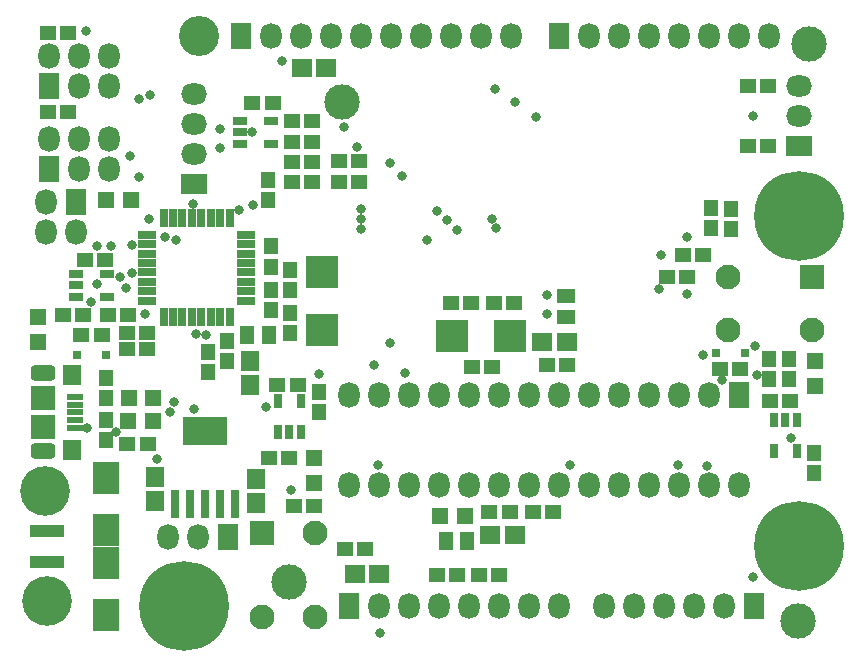
<source format=gts>
G04*
G04 #@! TF.GenerationSoftware,Altium Limited,Altium Designer,20.2.6 (244)*
G04*
G04 Layer_Color=8388736*
%FSLAX44Y44*%
%MOMM*%
G71*
G04*
G04 #@! TF.SameCoordinates,CE6D2A43-BF16-4D6C-96BE-271B1CC6D4BA*
G04*
G04*
G04 #@! TF.FilePolarity,Negative*
G04*
G01*
G75*
%ADD36R,2.0000X2.0000*%
%ADD37R,1.5000X1.7000*%
%ADD38R,1.4500X0.5000*%
%ADD39C,3.0000*%
%ADD40R,1.3000X1.4000*%
%ADD41R,1.4000X1.3000*%
%ADD42R,2.7000X2.8000*%
%ADD43R,2.8000X2.7000*%
%ADD44R,1.3000X0.8000*%
%ADD45R,0.8000X1.3000*%
%ADD46R,3.7000X2.4000*%
%ADD47R,0.8000X2.4000*%
%ADD48R,0.6700X1.6200*%
%ADD49R,1.6200X0.6700*%
%ADD50R,1.4000X1.4000*%
%ADD51R,1.4000X1.4000*%
%ADD52R,2.9000X1.1000*%
%ADD53R,1.2000X1.6000*%
%ADD54R,1.6000X1.2000*%
%ADD55R,0.8000X0.8000*%
%ADD56R,1.6000X1.7000*%
%ADD57R,1.7000X1.6000*%
%ADD58R,2.2000X2.8000*%
%ADD59O,2.2000X1.8000*%
%ADD60R,2.2000X1.8000*%
%ADD61O,1.8000X2.2000*%
%ADD62R,1.8000X2.2000*%
G04:AMPARAMS|DCode=63|XSize=2.1mm|YSize=1.3mm|CornerRadius=0.35mm|HoleSize=0mm|Usage=FLASHONLY|Rotation=0.000|XOffset=0mm|YOffset=0mm|HoleType=Round|Shape=RoundedRectangle|*
%AMROUNDEDRECTD63*
21,1,2.1000,0.6000,0,0,0.0*
21,1,1.4000,1.3000,0,0,0.0*
1,1,0.7000,0.7000,-0.3000*
1,1,0.7000,-0.7000,-0.3000*
1,1,0.7000,-0.7000,0.3000*
1,1,0.7000,0.7000,0.3000*
%
%ADD63ROUNDEDRECTD63*%
%ADD64C,4.2000*%
%ADD65C,2.1000*%
%ADD66R,2.1000X2.1000*%
%ADD67R,2.1000X2.1000*%
%ADD68C,3.4000*%
%ADD69C,7.6000*%
%ADD70C,0.8000*%
D36*
X20960Y190860D02*
D03*
Y214860D02*
D03*
D37*
X45460Y170860D02*
D03*
Y234860D02*
D03*
D38*
X47710Y189860D02*
D03*
Y196360D02*
D03*
Y202860D02*
D03*
Y209360D02*
D03*
Y215860D02*
D03*
D39*
X229000Y59000D02*
D03*
X273558Y465836D02*
D03*
X660000Y26000D02*
D03*
X669000Y515000D02*
D03*
D40*
X73710Y196360D02*
D03*
Y179360D02*
D03*
X585978Y376292D02*
D03*
Y359292D02*
D03*
X73710Y215360D02*
D03*
Y232360D02*
D03*
X254254Y220336D02*
D03*
Y203336D02*
D03*
X635710Y230860D02*
D03*
Y247860D02*
D03*
X652710Y230860D02*
D03*
Y247860D02*
D03*
X213710Y289360D02*
D03*
Y306360D02*
D03*
X211074Y399524D02*
D03*
Y382524D02*
D03*
X603325Y375161D02*
D03*
Y358161D02*
D03*
X673710Y151360D02*
D03*
Y168360D02*
D03*
X229710Y306860D02*
D03*
Y323860D02*
D03*
Y286860D02*
D03*
Y269860D02*
D03*
X160710Y254360D02*
D03*
Y237360D02*
D03*
X176710Y263360D02*
D03*
Y246360D02*
D03*
X213710Y343360D02*
D03*
Y326360D02*
D03*
D41*
X56500Y332000D02*
D03*
X73500D02*
D03*
X231210Y449360D02*
D03*
X248210D02*
D03*
X70210Y268360D02*
D03*
X53210D02*
D03*
X233210Y123360D02*
D03*
X250210D02*
D03*
X384210Y241360D02*
D03*
X401210D02*
D03*
X594210Y239360D02*
D03*
X611210D02*
D03*
X271154Y415544D02*
D03*
X288154D02*
D03*
X271210Y398360D02*
D03*
X288210D02*
D03*
X634210Y479360D02*
D03*
X617210D02*
D03*
X566030Y317754D02*
D03*
X549030D02*
D03*
X579610Y336296D02*
D03*
X562610D02*
D03*
X109210Y176360D02*
D03*
X92210D02*
D03*
X91710Y270360D02*
D03*
X108710D02*
D03*
X92710Y285360D02*
D03*
X75710D02*
D03*
X248095Y431539D02*
D03*
X231095D02*
D03*
X248095Y414539D02*
D03*
X231095D02*
D03*
X248095Y397539D02*
D03*
X231095D02*
D03*
X37210Y285360D02*
D03*
X54210D02*
D03*
X653210Y212360D02*
D03*
X636210D02*
D03*
X228710Y164360D02*
D03*
X211710D02*
D03*
X215002Y464566D02*
D03*
X198002D02*
D03*
X236210Y226360D02*
D03*
X219210D02*
D03*
X402844Y295148D02*
D03*
X419844D02*
D03*
X366150D02*
D03*
X383150D02*
D03*
X435710Y118360D02*
D03*
X452710D02*
D03*
X398710D02*
D03*
X415710D02*
D03*
X464210Y243360D02*
D03*
X447210D02*
D03*
X24892Y524510D02*
D03*
X41892D02*
D03*
X634210Y428360D02*
D03*
X617210D02*
D03*
X108710Y256360D02*
D03*
X91710D02*
D03*
X25000Y457000D02*
D03*
X42000D02*
D03*
X371500Y65000D02*
D03*
X354500D02*
D03*
X276500Y87000D02*
D03*
X293500D02*
D03*
X406500Y65000D02*
D03*
X389500D02*
D03*
D42*
X367210Y267360D02*
D03*
X416210D02*
D03*
D43*
X256710Y272860D02*
D03*
Y321860D02*
D03*
D44*
X213710Y430360D02*
D03*
Y449360D02*
D03*
X187710Y430360D02*
D03*
Y439860D02*
D03*
Y449360D02*
D03*
X74710Y300860D02*
D03*
Y319860D02*
D03*
X48710Y300860D02*
D03*
Y310360D02*
D03*
Y319860D02*
D03*
D45*
X639710Y170360D02*
D03*
X658710D02*
D03*
X639710Y196360D02*
D03*
X649210D02*
D03*
X658710D02*
D03*
X238710Y212360D02*
D03*
X219710D02*
D03*
X238710Y186360D02*
D03*
X229210D02*
D03*
X219710D02*
D03*
D46*
X157710Y187360D02*
D03*
D47*
X183110Y125360D02*
D03*
X170410D02*
D03*
X157710D02*
D03*
X145010D02*
D03*
X132310D02*
D03*
D48*
X178710Y283360D02*
D03*
X170710D02*
D03*
X162710D02*
D03*
X154710D02*
D03*
X146710D02*
D03*
X138710D02*
D03*
X130710D02*
D03*
X122710D02*
D03*
Y367360D02*
D03*
X130710D02*
D03*
X138710D02*
D03*
X146710D02*
D03*
X154710D02*
D03*
X162710D02*
D03*
X170710D02*
D03*
X178710D02*
D03*
D49*
X108710Y297360D02*
D03*
Y305360D02*
D03*
Y313360D02*
D03*
Y321360D02*
D03*
Y329360D02*
D03*
Y337360D02*
D03*
Y345360D02*
D03*
Y353360D02*
D03*
X192710D02*
D03*
Y345360D02*
D03*
Y337360D02*
D03*
Y329360D02*
D03*
Y321360D02*
D03*
Y313360D02*
D03*
Y305360D02*
D03*
Y297360D02*
D03*
D50*
X16710Y283360D02*
D03*
Y262360D02*
D03*
X674710Y225360D02*
D03*
Y246360D02*
D03*
X249710Y163860D02*
D03*
Y142860D02*
D03*
D51*
X356710Y115360D02*
D03*
X377710D02*
D03*
X113710Y195360D02*
D03*
X92710D02*
D03*
X114210Y215360D02*
D03*
X93210D02*
D03*
X74000Y383000D02*
D03*
X95000D02*
D03*
D52*
X23710Y76360D02*
D03*
Y102360D02*
D03*
D53*
X361710Y94360D02*
D03*
X379710D02*
D03*
X211710Y268360D02*
D03*
X193710D02*
D03*
D54*
X463710Y301360D02*
D03*
Y283360D02*
D03*
D55*
X49460Y251360D02*
D03*
X73960D02*
D03*
X614960Y253360D02*
D03*
X590460D02*
D03*
D56*
X200710Y146360D02*
D03*
Y125860D02*
D03*
X115710Y148360D02*
D03*
Y127860D02*
D03*
X195710Y225860D02*
D03*
Y246360D02*
D03*
D57*
X419960Y99360D02*
D03*
X399460D02*
D03*
X260186Y494284D02*
D03*
X239686D02*
D03*
X443460Y262360D02*
D03*
X463960D02*
D03*
X284750Y66000D02*
D03*
X305250D02*
D03*
D58*
X73710Y31360D02*
D03*
Y75360D02*
D03*
Y103360D02*
D03*
Y147360D02*
D03*
D59*
X148710Y422060D02*
D03*
Y447460D02*
D03*
Y472860D02*
D03*
X660710Y479360D02*
D03*
Y453960D02*
D03*
D60*
X148710Y396660D02*
D03*
X660710Y428560D02*
D03*
D61*
X417068Y521462D02*
D03*
X391668D02*
D03*
X366268D02*
D03*
X340868D02*
D03*
X315468D02*
D03*
X290068D02*
D03*
X264668D02*
D03*
X239268D02*
D03*
X213868D02*
D03*
X25400Y504698D02*
D03*
X76200D02*
D03*
X50800D02*
D03*
X76200Y479298D02*
D03*
X50800D02*
D03*
X25400Y434760D02*
D03*
X76200D02*
D03*
X50800D02*
D03*
X76200Y409360D02*
D03*
X50800D02*
D03*
X49000Y355600D02*
D03*
X23600D02*
D03*
Y381000D02*
D03*
X126710Y97360D02*
D03*
X152110D02*
D03*
X457910Y38760D02*
D03*
X432510D02*
D03*
X407110D02*
D03*
X381710D02*
D03*
X356310D02*
D03*
X330910D02*
D03*
X305510D02*
D03*
X496010D02*
D03*
X597610D02*
D03*
X572210D02*
D03*
X546810D02*
D03*
X521410D02*
D03*
X635710Y521360D02*
D03*
X610310D02*
D03*
X584910D02*
D03*
X559510D02*
D03*
X534110D02*
D03*
X508710D02*
D03*
X483310D02*
D03*
X280110Y141160D02*
D03*
X305510D02*
D03*
X330910D02*
D03*
X356310D02*
D03*
X381710D02*
D03*
X407110D02*
D03*
X432510D02*
D03*
X457910D02*
D03*
X483310D02*
D03*
X508710D02*
D03*
X534110D02*
D03*
X559510D02*
D03*
X584910D02*
D03*
X610310D02*
D03*
X280110Y217360D02*
D03*
X305510D02*
D03*
X330910D02*
D03*
X356310D02*
D03*
X381710D02*
D03*
X407110D02*
D03*
X432510D02*
D03*
X457910D02*
D03*
X483310D02*
D03*
X508710D02*
D03*
X534110D02*
D03*
X559510D02*
D03*
X584910D02*
D03*
D62*
X188468Y521462D02*
D03*
X25400Y479298D02*
D03*
Y409360D02*
D03*
X49000Y381000D02*
D03*
X177510Y97360D02*
D03*
X280110Y38760D02*
D03*
X623010D02*
D03*
X457910Y521360D02*
D03*
X610310Y217360D02*
D03*
D63*
X20960Y169860D02*
D03*
Y235860D02*
D03*
D64*
X22710Y136360D02*
D03*
X23710Y43360D02*
D03*
D65*
X250710Y29360D02*
D03*
Y100360D02*
D03*
X205710Y29360D02*
D03*
X600710Y272360D02*
D03*
X671710D02*
D03*
X600710Y317360D02*
D03*
D66*
X205710Y100360D02*
D03*
D67*
X671710Y317360D02*
D03*
D68*
X153110Y521360D02*
D03*
D69*
X661110Y368960D02*
D03*
Y89560D02*
D03*
X140410Y38760D02*
D03*
D70*
X306324Y16002D02*
D03*
X621505Y63533D02*
D03*
X148844Y205994D02*
D03*
X61710Y296651D02*
D03*
X230886Y136906D02*
D03*
X82710Y186276D02*
D03*
X197358Y440436D02*
D03*
X66548Y343916D02*
D03*
X131572Y211836D02*
D03*
X150198Y269041D02*
D03*
X128524Y203200D02*
D03*
X159004Y268224D02*
D03*
X324502Y403208D02*
D03*
X354496Y373292D02*
D03*
X420092Y465860D02*
D03*
X437666Y452604D02*
D03*
X223012Y500634D02*
D03*
X314428Y413996D02*
D03*
X362815Y365609D02*
D03*
X370943Y357481D02*
D03*
X286381Y427859D02*
D03*
X133525Y349187D02*
D03*
X123571Y351663D02*
D03*
X110490Y366522D02*
D03*
X147320Y379476D02*
D03*
X198374Y378460D02*
D03*
X186944Y374650D02*
D03*
X86106Y317778D02*
D03*
X95898Y321195D02*
D03*
X78147Y343747D02*
D03*
X94234Y420116D02*
D03*
X170434Y427116D02*
D03*
X102108Y402336D02*
D03*
X66802Y311404D02*
D03*
X361710Y94360D02*
D03*
X467106Y158750D02*
D03*
X447294Y286512D02*
D03*
X116840Y163576D02*
D03*
X447802Y302006D02*
D03*
X579120Y251826D02*
D03*
X595376Y230260D02*
D03*
X623824Y258826D02*
D03*
X624873Y234679D02*
D03*
X654110Y180848D02*
D03*
X96012Y344932D02*
D03*
X106934Y286512D02*
D03*
X90678Y307848D02*
D03*
X102108Y468630D02*
D03*
X111506Y471678D02*
D03*
X57404Y525780D02*
D03*
X170434Y442722D02*
D03*
X275590Y444904D02*
D03*
X57912Y189992D02*
D03*
X209804Y207264D02*
D03*
X254762Y235204D02*
D03*
X621823Y453929D02*
D03*
X289814Y374904D02*
D03*
X345694Y348742D02*
D03*
X289814Y357886D02*
D03*
X290068Y366522D02*
D03*
X404093Y359226D02*
D03*
X400812Y366522D02*
D03*
X543560Y336042D02*
D03*
X565844Y302954D02*
D03*
X314048Y261799D02*
D03*
X542290Y307086D02*
D03*
X558546Y158242D02*
D03*
X582676Y157226D02*
D03*
X565658Y351028D02*
D03*
X403606Y476504D02*
D03*
X327406Y236220D02*
D03*
X300736Y242824D02*
D03*
X304292Y158496D02*
D03*
M02*

</source>
